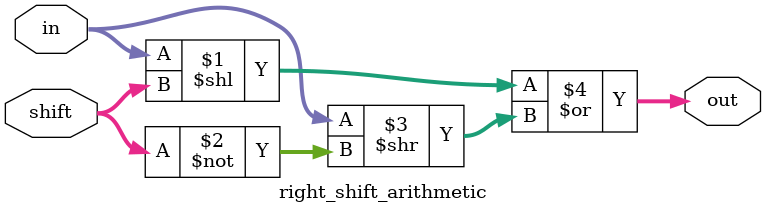
<source format=v>
`ifndef _RSHFA
`define _RSHFA

module right_shift_arithmetic(in, out, shift);
	output [15:0] out;
	input  [15:0] in;
	input  [3:0]  shift;
	
	assign out = (in << shift) | (in >> ~shift);
endmodule

`endif

</source>
